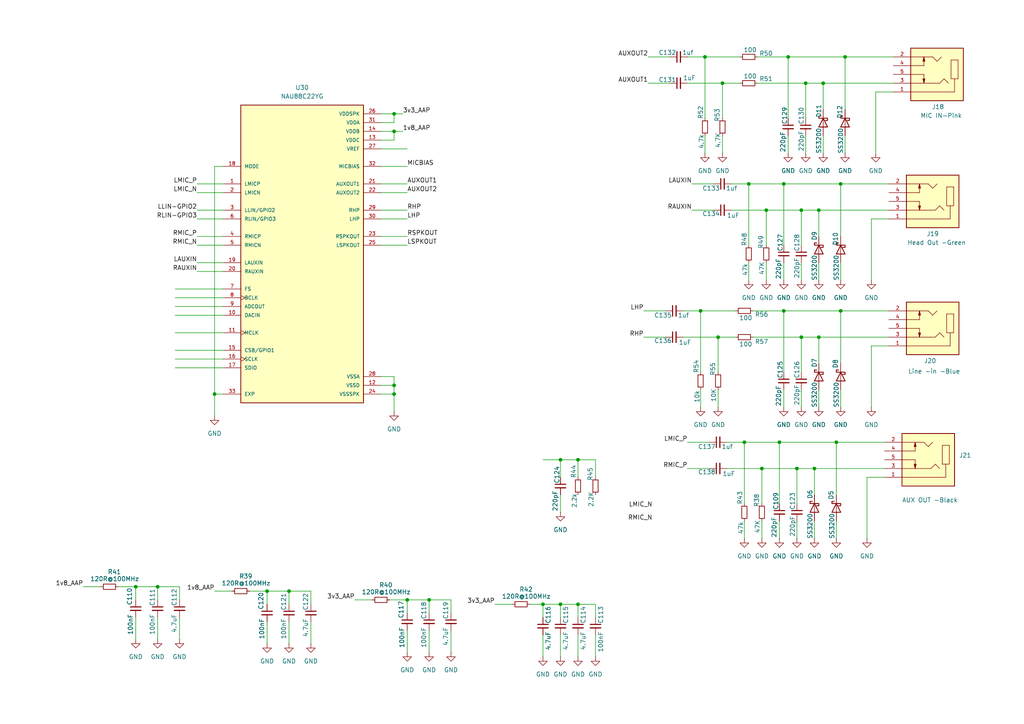
<source format=kicad_sch>
(kicad_sch (version 20231120) (generator "eeschema") (generator_version "8.0")
  (paper "A4")
  (lib_symbols
    (symbol "Device:C_Small" (pin_numbers hide) (pin_names (offset 0.254) hide)
      (property "Reference" "C" (at 0.254 1.778 0))
      (property "Value" "C_Small" (at 0.254 -2.032 0))
      (symbol "C_Small_1_1"
        (pin passive line (at 0 2.54 270) (length 2.032) (name "~") (number "1"))
        (pin passive line (at 0 -2.54 90) (length 2.032) (name "~") (number "2"))
      )
    )
    (symbol "Device:R_Small" (pin_numbers hide) (pin_names (offset 0.254) hide)
      (property "Reference" "R" (at 0.762 0.508 0))
      (property "Value" "R_Small" (at 0.762 -1.016 0))
      (symbol "R_Small_1_1"
        (pin passive line (at 0 2.54 270) (length 0.762) (name "~") (number "1"))
        (pin passive line (at 0 -2.54 90) (length 0.762) (name "~") (number "2"))
      )
    )
    (symbol "Diode:SS3200" (pin_numbers hide) (pin_names (offset 1.016) hide)
      (property "Reference" "D" (at 0 2.54 0))
      (property "Value" "SS3200" (at 0 -2.54 0))
      (symbol "SS3200_1_1"
        (pin passive line (at -3.81 0 0) (length 2.54) (name "K") (number "1"))
        (pin passive line (at 3.81 0 180) (length 2.54) (name "A") (number "2"))
      )
    )
    (symbol "NAU88C22YG:NAU88C22YG" (pin_names (offset 1.016))
      (property "Reference" "U" (at -17.78 45.72 0))
      (property "Value" "NAU88C22YG" (at -17.78 -45.72 0))
      (symbol "NAU88C22YG_0_0"
        (pin input line (at -22.86 20.32 0) (length 5.08) (name "LMICP") (number "1"))
        (pin input line (at -22.86 -17.78 0) (length 5.08) (name "DACIN") (number "10"))
        (pin input clock (at -22.86 -22.86 0) (length 5.08) (name "MCLK") (number "11"))
        (pin power_in line (at 22.86 -38.1 180) (length 5.08) (name "VSSD") (number "12"))
        (pin power_in line (at 22.86 33.02 180) (length 5.08) (name "VDDC") (number "13"))
        (pin power_in line (at 22.86 35.56 180) (length 5.08) (name "VDDB") (number "14"))
        (pin bidirectional line (at -22.86 -27.94 0) (length 5.08) (name "CSB/GPIO1") (number "15"))
        (pin input clock (at -22.86 -30.48 0) (length 5.08) (name "SCLK") (number "16"))
        (pin bidirectional line (at -22.86 -33.02 0) (length 5.08) (name "SDIO") (number "17"))
        (pin input line (at -22.86 25.4 0) (length 5.08) (name "MODE") (number "18"))
        (pin input line (at -22.86 -2.54 0) (length 5.08) (name "LAUXIN") (number "19"))
        (pin input line (at -22.86 17.78 0) (length 5.08) (name "LMICN") (number "2"))
        (pin input line (at -22.86 -5.08 0) (length 5.08) (name "RAUXIN") (number "20"))
        (pin output line (at 22.86 20.32 180) (length 5.08) (name "AUXOUT1") (number "21"))
        (pin output line (at 22.86 17.78 180) (length 5.08) (name "AUXOUT2") (number "22"))
        (pin output line (at 22.86 5.08 180) (length 5.08) (name "RSPKOUT") (number "23"))
        (pin power_in line (at 22.86 -40.64 180) (length 5.08) (name "VSSSPK") (number "24"))
        (pin output line (at 22.86 2.54 180) (length 5.08) (name "LSPKOUT") (number "25"))
        (pin power_in line (at 22.86 40.64 180) (length 5.08) (name "VDDSPK") (number "26"))
        (pin power_in line (at 22.86 30.48 180) (length 5.08) (name "VREF") (number "27"))
        (pin power_in line (at 22.86 -35.56 180) (length 5.08) (name "VSSA") (number "28"))
        (pin output line (at 22.86 12.7 180) (length 5.08) (name "RHP") (number "29"))
        (pin bidirectional line (at -22.86 12.7 0) (length 5.08) (name "LLIN/GPIO2") (number "3"))
        (pin output line (at 22.86 10.16 180) (length 5.08) (name "LHP") (number "30"))
        (pin power_in line (at 22.86 38.1 180) (length 5.08) (name "VDDA") (number "31"))
        (pin output line (at 22.86 25.4 180) (length 5.08) (name "MICBIAS") (number "32"))
        (pin passive line (at -22.86 -40.64 0) (length 5.08) (name "EXP") (number "33"))
        (pin input line (at -22.86 5.08 0) (length 5.08) (name "RMICP") (number "4"))
        (pin input line (at -22.86 2.54 0) (length 5.08) (name "RMICN") (number "5"))
        (pin bidirectional line (at -22.86 10.16 0) (length 5.08) (name "RLIN/GPIO3") (number "6"))
        (pin bidirectional line (at -22.86 -10.16 0) (length 5.08) (name "FS") (number "7"))
        (pin bidirectional clock (at -22.86 -12.7 0) (length 5.08) (name "BCLK") (number "8"))
        (pin output line (at -22.86 -15.24 0) (length 5.08) (name "ADCOUT") (number "9"))
      )
    )
    (symbol "SJ1-3535NG-PI:SJ1-3535NG-PI" (pin_names (offset 1.016))
      (property "Reference" "J" (at -7.623 8.1312 0))
      (property "Value" "SJ1-3535NG-PI" (at -7.6333 -10.4321 0))
      (symbol "SJ1-3535NG-PI_0_0"
        (pin passive line (at 12.7 5.08 180) (length 5.08) (name "~") (number "1"))
        (pin passive line (at 12.7 -5.08 180) (length 5.08) (name "~") (number "2"))
        (pin passive line (at 12.7 2.54 180) (length 5.08) (name "~") (number "3"))
        (pin passive line (at 12.7 -2.54 180) (length 5.08) (name "~") (number "4"))
        (pin passive line (at 12.7 0 180) (length 5.08) (name "~") (number "5"))
      )
    )
    (symbol "power:GND" (power) (pin_numbers hide) (pin_names (offset 0) hide)
      (property "Value" "GND" (at 0 -3.81 0))
      (symbol "GND_1_1"
        (pin power_in line (at 0 0 270) (length 0) (name "~") (number "1"))
      )
    )
  )
  (junction (at 83.82 171.45))
  (junction (at 232.41 97.79))
  (junction (at 222.25 60.96))
  (junction (at 114.3 111.76))
  (junction (at 236.22 135.89))
  (junction (at 237.49 60.96))
  (junction (at 118.11 173.99))
  (junction (at 114.3 38.1))
  (junction (at 233.68 24.13))
  (junction (at 231.14 135.89))
  (junction (at 228.6 16.51))
  (junction (at 226.06 128.27))
  (junction (at 114.3 33.02))
  (junction (at 245.11 16.51))
  (junction (at 157.48 175.26))
  (junction (at 162.56 175.26))
  (junction (at 242.57 128.27))
  (junction (at 215.9 128.27))
  (junction (at 227.33 90.17))
  (junction (at 62.23 114.3))
  (junction (at 204.47 16.51))
  (junction (at 238.76 24.13))
  (junction (at 167.64 133.35))
  (junction (at 217.17 53.34))
  (junction (at 45.72 170.18))
  (junction (at 124.46 173.99))
  (junction (at 209.55 24.13))
  (junction (at 208.28 97.79))
  (junction (at 77.47 171.45))
  (junction (at 243.84 53.34))
  (junction (at 162.56 133.35))
  (junction (at 243.84 90.17))
  (junction (at 203.2 90.17))
  (junction (at 39.37 170.18))
  (junction (at 232.41 60.96))
  (junction (at 114.3 114.3))
  (junction (at 167.64 175.26))
  (junction (at 220.98 135.89))
  (junction (at 227.33 53.34))
  (junction (at 237.49 97.79))
  (wire (pts (xy 167.64 175.26) (xy 167.64 179.07)))
  (wire (pts (xy 110.49 38.1) (xy 114.3 38.1)))
  (wire (pts (xy 220.98 135.89) (xy 220.98 146.05)))
  (wire (pts (xy 110.49 53.34) (xy 118.11 53.34)))
  (wire (pts (xy 162.56 133.35) (xy 162.56 138.43)))
  (wire (pts (xy 57.15 63.5) (xy 64.77 63.5)))
  (wire (pts (xy 110.49 111.76) (xy 114.3 111.76)))
  (wire (pts (xy 232.41 97.79) (xy 232.41 107.95)))
  (wire (pts (xy 162.56 133.35) (xy 167.64 133.35)))
  (wire (pts (xy 237.49 60.96) (xy 237.49 68.58)))
  (wire (pts (xy 83.82 171.45) (xy 90.17 171.45)))
  (wire (pts (xy 209.55 39.37) (xy 209.55 44.45)))
  (wire (pts (xy 243.84 53.34) (xy 227.33 53.34)))
  (wire (pts (xy 222.25 76.2) (xy 222.25 81.28)))
  (wire (pts (xy 186.69 90.17) (xy 193.04 90.17)))
  (wire (pts (xy 227.33 113.03) (xy 227.33 118.11)))
  (wire (pts (xy 237.49 113.03) (xy 237.49 118.11)))
  (wire (pts (xy 227.33 76.2) (xy 227.33 81.28)))
  (wire (pts (xy 219.71 16.51) (xy 228.6 16.51)))
  (wire (pts (xy 45.72 179.07) (xy 45.72 185.42)))
  (wire (pts (xy 200.66 53.34) (xy 207.01 53.34)))
  (wire (pts (xy 107.95 173.99) (xy 102.87 173.99)))
  (wire (pts (xy 210.82 135.89) (xy 220.98 135.89)))
  (wire (pts (xy 257.81 100.33) (xy 252.73 100.33)))
  (wire (pts (xy 162.56 175.26) (xy 162.56 179.07)))
  (wire (pts (xy 50.8 101.6) (xy 64.77 101.6)))
  (wire (pts (xy 256.54 128.27) (xy 242.57 128.27)))
  (wire (pts (xy 227.33 90.17) (xy 227.33 107.95)))
  (wire (pts (xy 252.73 100.33) (xy 252.73 118.11)))
  (wire (pts (xy 57.15 76.2) (xy 64.77 76.2)))
  (wire (pts (xy 231.14 135.89) (xy 231.14 146.05)))
  (wire (pts (xy 232.41 76.2) (xy 232.41 81.28)))
  (wire (pts (xy 124.46 173.99) (xy 130.81 173.99)))
  (wire (pts (xy 62.23 48.26) (xy 64.77 48.26)))
  (wire (pts (xy 203.2 90.17) (xy 213.36 90.17)))
  (wire (pts (xy 167.64 175.26) (xy 172.72 175.26)))
  (wire (pts (xy 200.66 60.96) (xy 207.01 60.96)))
  (wire (pts (xy 231.14 151.13) (xy 231.14 156.21)))
  (wire (pts (xy 204.47 39.37) (xy 204.47 44.45)))
  (wire (pts (xy 257.81 60.96) (xy 237.49 60.96)))
  (wire (pts (xy 232.41 113.03) (xy 232.41 118.11)))
  (wire (pts (xy 243.84 53.34) (xy 243.84 68.58)))
  (wire (pts (xy 172.72 175.26) (xy 172.72 179.07)))
  (wire (pts (xy 217.17 76.2) (xy 217.17 81.28)))
  (wire (pts (xy 233.68 24.13) (xy 233.68 34.29)))
  (wire (pts (xy 110.49 33.02) (xy 114.3 33.02)))
  (wire (pts (xy 245.11 16.51) (xy 228.6 16.51)))
  (wire (pts (xy 50.8 96.52) (xy 64.77 96.52)))
  (wire (pts (xy 83.82 171.45) (xy 83.82 175.26)))
  (wire (pts (xy 45.72 170.18) (xy 52.07 170.18)))
  (wire (pts (xy 186.69 97.79) (xy 193.04 97.79)))
  (wire (pts (xy 209.55 24.13) (xy 209.55 34.29)))
  (wire (pts (xy 114.3 114.3) (xy 114.3 119.38)))
  (wire (pts (xy 162.56 184.15) (xy 162.56 190.5)))
  (wire (pts (xy 208.28 113.03) (xy 208.28 118.11)))
  (wire (pts (xy 77.47 171.45) (xy 83.82 171.45)))
  (wire (pts (xy 110.49 43.18) (xy 118.11 43.18)))
  (wire (pts (xy 162.56 143.51) (xy 162.56 148.59)))
  (wire (pts (xy 130.81 173.99) (xy 130.81 177.8)))
  (wire (pts (xy 238.76 24.13) (xy 238.76 31.75)))
  (wire (pts (xy 118.11 173.99) (xy 118.11 177.8)))
  (wire (pts (xy 243.84 90.17) (xy 227.33 90.17)))
  (wire (pts (xy 62.23 114.3) (xy 62.23 120.65)))
  (wire (pts (xy 52.07 170.18) (xy 52.07 173.99)))
  (wire (pts (xy 259.08 26.67) (xy 254 26.67)))
  (wire (pts (xy 50.8 91.44) (xy 64.77 91.44)))
  (wire (pts (xy 242.57 151.13) (xy 242.57 156.21)))
  (wire (pts (xy 57.15 78.74) (xy 64.77 78.74)))
  (wire (pts (xy 257.81 90.17) (xy 243.84 90.17)))
  (wire (pts (xy 114.3 38.1) (xy 114.3 40.64)))
  (wire (pts (xy 243.84 76.2) (xy 243.84 81.28)))
  (wire (pts (xy 34.29 170.18) (xy 39.37 170.18)))
  (wire (pts (xy 232.41 60.96) (xy 232.41 71.12)))
  (wire (pts (xy 39.37 170.18) (xy 45.72 170.18)))
  (wire (pts (xy 162.56 175.26) (xy 167.64 175.26)))
  (wire (pts (xy 118.11 182.88) (xy 118.11 189.23)))
  (wire (pts (xy 237.49 76.2) (xy 237.49 81.28)))
  (wire (pts (xy 236.22 151.13) (xy 236.22 156.21)))
  (wire (pts (xy 228.6 16.51) (xy 228.6 34.29)))
  (wire (pts (xy 243.84 113.03) (xy 243.84 118.11)))
  (wire (pts (xy 77.47 171.45) (xy 77.47 175.26)))
  (wire (pts (xy 187.96 24.13) (xy 194.31 24.13)))
  (wire (pts (xy 110.49 35.56) (xy 114.3 35.56)))
  (wire (pts (xy 29.21 170.18) (xy 24.13 170.18)))
  (wire (pts (xy 153.67 175.26) (xy 157.48 175.26)))
  (wire (pts (xy 57.15 55.88) (xy 64.77 55.88)))
  (wire (pts (xy 199.39 135.89) (xy 205.74 135.89)))
  (wire (pts (xy 226.06 151.13) (xy 226.06 156.21)))
  (wire (pts (xy 199.39 16.51) (xy 204.47 16.51)))
  (wire (pts (xy 167.64 133.35) (xy 167.64 138.43)))
  (wire (pts (xy 52.07 179.07) (xy 52.07 185.42)))
  (wire (pts (xy 110.49 40.64) (xy 114.3 40.64)))
  (wire (pts (xy 242.57 128.27) (xy 226.06 128.27)))
  (wire (pts (xy 236.22 135.89) (xy 231.14 135.89)))
  (wire (pts (xy 237.49 97.79) (xy 232.41 97.79)))
  (wire (pts (xy 167.64 184.15) (xy 167.64 190.5)))
  (wire (pts (xy 215.9 128.27) (xy 226.06 128.27)))
  (wire (pts (xy 110.49 114.3) (xy 114.3 114.3)))
  (wire (pts (xy 236.22 135.89) (xy 236.22 143.51)))
  (wire (pts (xy 114.3 33.02) (xy 116.84 33.02)))
  (wire (pts (xy 67.31 171.45) (xy 62.23 171.45)))
  (wire (pts (xy 203.2 113.03) (xy 203.2 118.11)))
  (wire (pts (xy 39.37 179.07) (xy 39.37 185.42)))
  (wire (pts (xy 220.98 151.13) (xy 220.98 156.21)))
  (wire (pts (xy 256.54 138.43) (xy 251.46 138.43)))
  (wire (pts (xy 219.71 24.13) (xy 233.68 24.13)))
  (wire (pts (xy 233.68 39.37) (xy 233.68 44.45)))
  (wire (pts (xy 45.72 170.18) (xy 45.72 173.99)))
  (wire (pts (xy 257.81 97.79) (xy 237.49 97.79)))
  (wire (pts (xy 208.28 97.79) (xy 208.28 107.95)))
  (wire (pts (xy 57.15 68.58) (xy 64.77 68.58)))
  (wire (pts (xy 124.46 173.99) (xy 124.46 177.8)))
  (wire (pts (xy 199.39 128.27) (xy 205.74 128.27)))
  (wire (pts (xy 198.12 97.79) (xy 208.28 97.79)))
  (wire (pts (xy 214.63 24.13) (xy 209.55 24.13)))
  (wire (pts (xy 259.08 16.51) (xy 245.11 16.51)))
  (wire (pts (xy 245.11 16.51) (xy 245.11 31.75)))
  (wire (pts (xy 238.76 24.13) (xy 233.68 24.13)))
  (wire (pts (xy 50.8 83.82) (xy 64.77 83.82)))
  (wire (pts (xy 114.3 109.22) (xy 114.3 111.76)))
  (wire (pts (xy 213.36 97.79) (xy 208.28 97.79)))
  (wire (pts (xy 199.39 24.13) (xy 209.55 24.13)))
  (wire (pts (xy 39.37 170.18) (xy 39.37 173.99)))
  (wire (pts (xy 83.82 180.34) (xy 83.82 186.69)))
  (wire (pts (xy 204.47 16.51) (xy 204.47 34.29)))
  (wire (pts (xy 148.59 175.26) (xy 143.51 175.26)))
  (wire (pts (xy 118.11 173.99) (xy 124.46 173.99)))
  (wire (pts (xy 130.81 182.88) (xy 130.81 189.23)))
  (wire (pts (xy 257.81 63.5) (xy 252.73 63.5)))
  (wire (pts (xy 57.15 60.96) (xy 64.77 60.96)))
  (wire (pts (xy 90.17 180.34) (xy 90.17 186.69)))
  (wire (pts (xy 204.47 16.51) (xy 214.63 16.51)))
  (wire (pts (xy 242.57 128.27) (xy 242.57 143.51)))
  (wire (pts (xy 172.72 138.43) (xy 172.72 133.35)))
  (wire (pts (xy 172.72 184.15) (xy 172.72 190.5)))
  (wire (pts (xy 50.8 104.14) (xy 64.77 104.14)))
  (wire (pts (xy 215.9 128.27) (xy 215.9 146.05)))
  (wire (pts (xy 256.54 135.89) (xy 236.22 135.89)))
  (wire (pts (xy 226.06 128.27) (xy 226.06 146.05)))
  (wire (pts (xy 220.98 135.89) (xy 231.14 135.89)))
  (wire (pts (xy 50.8 86.36) (xy 64.77 86.36)))
  (wire (pts (xy 257.81 53.34) (xy 243.84 53.34)))
  (wire (pts (xy 252.73 63.5) (xy 252.73 81.28)))
  (wire (pts (xy 114.3 38.1) (xy 116.84 38.1)))
  (wire (pts (xy 57.15 53.34) (xy 64.77 53.34)))
  (wire (pts (xy 251.46 138.43) (xy 251.46 156.21)))
  (wire (pts (xy 110.49 63.5) (xy 118.11 63.5)))
  (wire (pts (xy 110.49 71.12) (xy 118.11 71.12)))
  (wire (pts (xy 57.15 71.12) (xy 64.77 71.12)))
  (wire (pts (xy 62.23 48.26) (xy 62.23 114.3)))
  (wire (pts (xy 218.44 97.79) (xy 232.41 97.79)))
  (wire (pts (xy 203.2 90.17) (xy 203.2 107.95)))
  (wire (pts (xy 110.49 48.26) (xy 118.11 48.26)))
  (wire (pts (xy 157.48 184.15) (xy 157.48 190.5)))
  (wire (pts (xy 157.48 175.26) (xy 162.56 175.26)))
  (wire (pts (xy 243.84 90.17) (xy 243.84 105.41)))
  (wire (pts (xy 110.49 109.22) (xy 114.3 109.22)))
  (wire (pts (xy 238.76 39.37) (xy 238.76 44.45)))
  (wire (pts (xy 259.08 24.13) (xy 238.76 24.13)))
  (wire (pts (xy 245.11 39.37) (xy 245.11 44.45)))
  (wire (pts (xy 50.8 106.68) (xy 64.77 106.68)))
  (wire (pts (xy 157.48 133.35) (xy 162.56 133.35)))
  (wire (pts (xy 114.3 33.02) (xy 114.3 35.56)))
  (wire (pts (xy 254 26.67) (xy 254 44.45)))
  (wire (pts (xy 72.39 171.45) (xy 77.47 171.45)))
  (wire (pts (xy 157.48 175.26) (xy 157.48 179.07)))
  (wire (pts (xy 187.96 16.51) (xy 194.31 16.51)))
  (wire (pts (xy 113.03 173.99) (xy 118.11 173.99)))
  (wire (pts (xy 222.25 60.96) (xy 222.25 71.12)))
  (wire (pts (xy 167.64 133.35) (xy 172.72 133.35)))
  (wire (pts (xy 217.17 53.34) (xy 227.33 53.34)))
  (wire (pts (xy 77.47 180.34) (xy 77.47 186.69)))
  (wire (pts (xy 124.46 182.88) (xy 124.46 189.23)))
  (wire (pts (xy 212.09 53.34) (xy 217.17 53.34)))
  (wire (pts (xy 222.25 60.96) (xy 232.41 60.96)))
  (wire (pts (xy 218.44 90.17) (xy 227.33 90.17)))
  (wire (pts (xy 237.49 97.79) (xy 237.49 105.41)))
  (wire (pts (xy 228.6 39.37) (xy 228.6 44.45)))
  (wire (pts (xy 110.49 60.96) (xy 118.11 60.96)))
  (wire (pts (xy 237.49 60.96) (xy 232.41 60.96)))
  (wire (pts (xy 210.82 128.27) (xy 215.9 128.27)))
  (wire (pts (xy 114.3 111.76) (xy 114.3 114.3)))
  (wire (pts (xy 50.8 88.9) (xy 64.77 88.9)))
  (wire (pts (xy 215.9 151.13) (xy 215.9 156.21)))
  (wire (pts (xy 90.17 171.45) (xy 90.17 175.26)))
  (wire (pts (xy 212.09 60.96) (xy 222.25 60.96)))
  (wire (pts (xy 110.49 68.58) (xy 118.11 68.58)))
  (wire (pts (xy 227.33 53.34) (xy 227.33 71.12)))
  (wire (pts (xy 110.49 55.88) (xy 118.11 55.88)))
  (wire (pts (xy 217.17 53.34) (xy 217.17 71.12)))
  (wire (pts (xy 64.77 114.3) (xy 62.23 114.3)))
  (wire (pts (xy 198.12 90.17) (xy 203.2 90.17)))
  (label "AUXOUT2" (at 118.11 55.88 0))
  (label "LLIN-GPIO2" (at 57.15 60.96 180))
  (label "RAUXIN" (at 57.15 78.74 180))
  (label "1v8_AAP" (at 62.23 171.45 180))
  (label "3v3_AAP" (at 143.51 175.26 180))
  (label "AUXOUT1" (at 187.96 24.13 180))
  (label "RHP" (at 186.69 97.79 180))
  (label "LAUXIN" (at 200.66 53.34 180))
  (label "RMIC_N" (at 57.15 71.12 180))
  (label "LMIC_P" (at 199.39 128.27 180))
  (label "AUXOUT2" (at 187.96 16.51 180))
  (label "3v3_AAP" (at 116.84 33.02 0))
  (label "3v3_AAP" (at 102.87 173.99 180))
  (label "LHP" (at 186.69 90.17 180))
  (label "LAUXIN" (at 57.15 76.2 180))
  (label "1v8_AAP" (at 24.13 170.18 180))
  (label "LMIC_P" (at 57.15 53.34 180))
  (label "1v8_AAP" (at 116.84 38.1 0))
  (label "LMIC_N" (at 189.23 147.32 180))
  (label "LHP" (at 118.11 63.5 0))
  (label "RHP" (at 118.11 60.96 0))
  (label "LMIC_N" (at 57.15 55.88 180))
  (label "RLIN-GPIO3" (at 57.15 63.5 180))
  (label "AUXOUT1" (at 118.11 53.34 0))
  (label "RAUXIN" (at 200.66 60.96 180))
  (label "RMIC_N" (at 189.23 151.13 180))
  (label "RMIC_P" (at 199.39 135.89 180))
  (label "MICBIAS" (at 118.11 48.26 0))
  (label "RMIC_P" (at 57.15 68.58 180))
  (label "LSPKOUT" (at 118.11 71.12 0))
  (label "RSPKOUT" (at 118.11 68.58 0))
  (symbol (lib_id "power:GND") (at 227.33 118.11 0) (unit 1)
    (property "Reference" "#PWR194" (effects (hide yes)))
    (property "Value" "GND" (at 227.33 123.19 0))
    (property "Description" "Power symbol creates a global label with name \"GND\" , ground" (effects (hide yes)))
  )
  (symbol (lib_id "Device:R_Small") (at 69.85 171.45 270) (mirror x) (unit 1)
    (property "Reference" "R39" (at 69.342 167.132 90) (effects (justify left)))
    (property "Value" "120R@100MHz" (at 64.262 169.164 90) (effects (justify left)))
    (property "Footprint" "Resistor_SMD:R_0402_1005Metric" (effects (hide yes)))
    (property "Description" "Resistor, small symbol" (effects (hide yes)))
  )
  (symbol (lib_id "power:GND") (at 62.23 120.65 0) (unit 1)
    (property "Reference" "#PWR169" (effects (hide yes)))
    (property "Value" "GND" (at 62.23 125.73 0))
    (property "Description" "Power symbol creates a global label with name \"GND\" , ground" (effects (hide yes)))
  )
  (symbol (lib_id "Device:C_Small") (at 209.55 53.34 90) (unit 1)
    (property "Reference" "C133" (at 203.708 54.61 90) (effects (justify right)))
    (property "Value" "1uf" (at 210.566 54.61 90) (effects (justify right)))
    (property "Footprint" "Capacitor_SMD:C_0402_1005Metric" (effects (hide yes)))
    (property "Description" "Unpolarized capacitor, small symbol" (effects (hide yes)))
  )
  (symbol (lib_id "power:GND") (at 124.46 189.23 0) (unit 1)
    (property "Reference" "#PWR182" (effects (hide yes)))
    (property "Value" "GND" (at 124.46 194.31 0))
    (property "Description" "Power symbol creates a global label with name \"GND\" , ground" (effects (hide yes)))
  )
  (symbol (lib_id "Device:R_Small") (at 208.28 110.49 0) (mirror y) (unit 1)
    (property "Reference" "R55" (at 206.756 108.966 90) (effects (justify left)))
    (property "Value" "10K" (at 207.01 116.586 90) (effects (justify left)))
    (property "Footprint" "Resistor_SMD:R_0402_1005Metric" (effects (hide yes)))
    (property "Description" "Resistor, small symbol" (effects (hide yes)))
  )
  (symbol (lib_id "power:GND") (at 252.73 118.11 0) (unit 1)
    (property "Reference" "#PWR198" (effects (hide yes)))
    (property "Value" "GND" (at 252.73 123.19 0))
    (property "Description" "Power symbol creates a global label with name \"GND\" , ground" (effects (hide yes)))
  )
  (symbol (lib_id "power:GND") (at 209.55 44.45 0) (unit 1)
    (property "Reference" "#PWR207" (effects (hide yes)))
    (property "Value" "GND" (at 209.55 49.53 0))
    (property "Description" "Power symbol creates a global label with name \"GND\" , ground" (effects (hide yes)))
  )
  (symbol (lib_id "Device:C_Small") (at 195.58 90.17 90) (unit 1)
    (property "Reference" "C135" (at 189.738 91.44 90) (effects (justify right)))
    (property "Value" "1uf" (at 196.596 91.44 90) (effects (justify right)))
    (property "Footprint" "Capacitor_SMD:C_0402_1005Metric" (effects (hide yes)))
    (property "Description" "Unpolarized capacitor, small symbol" (effects (hide yes)))
  )
  (symbol (lib_id "Device:C_Small") (at 167.64 181.61 0) (mirror y) (unit 1)
    (property "Reference" "C114" (at 169.164 175.768 90) (effects (justify right)))
    (property "Value" "4.7uF" (at 169.164 183.134 90) (effects (justify right)))
    (property "Footprint" "Capacitor_SMD:C_0402_1005Metric" (effects (hide yes)))
    (property "Description" "Unpolarized capacitor, small symbol" (effects (hide yes)))
  )
  (symbol (lib_id "Device:C_Small") (at 232.41 110.49 0) (unit 1)
    (property "Reference" "C126" (at 231.14 104.648 90) (effects (justify right)))
    (property "Value" "220pF" (at 231.14 111.506 90) (effects (justify right)))
    (property "Footprint" "Capacitor_SMD:C_0402_1005Metric" (effects (hide yes)))
    (property "Description" "Unpolarized capacitor, small symbol" (effects (hide yes)))
  )
  (symbol (lib_id "Device:R_Small") (at 203.2 110.49 0) (mirror y) (unit 1)
    (property "Reference" "R54" (at 201.93 108.204 90) (effects (justify left)))
    (property "Value" "10k" (at 202.184 116.84 90) (effects (justify left)))
    (property "Footprint" "Resistor_SMD:R_0402_1005Metric" (effects (hide yes)))
    (property "Description" "Resistor, small symbol" (effects (hide yes)))
  )
  (symbol (lib_id "Diode:SS3200") (at 237.49 109.22 90) (mirror x) (unit 1)
    (property "Reference" "D7" (at 236.22 103.886 0) (effects (justify left)))
    (property "Value" "SS3200" (at 236.22 110.744 0) (effects (justify left)))
    (property "Footprint" "Diode_SMD:D_SMA" (effects (hide yes)))
    (property "Datasheet" "https://www.microdiode.com/uploadfiles//PDF/SS32-THRU-SS3200-SMA.pdf" (effects (hide yes)))
    (property "Description" "200V 3A Schottky Diode, SMA" (effects (hide yes)))
  )
  (symbol (lib_id "Device:R_Small") (at 31.75 170.18 270) (mirror x) (unit 1)
    (property "Reference" "R41" (at 31.242 165.862 90) (effects (justify left)))
    (property "Value" "120R@100MHz" (at 26.162 167.894 90) (effects (justify left)))
    (property "Footprint" "Resistor_SMD:R_0402_1005Metric" (effects (hide yes)))
    (property "Description" "Resistor, small symbol" (effects (hide yes)))
  )
  (symbol (lib_id "Device:C_Small") (at 227.33 110.49 0) (unit 1)
    (property "Reference" "C125" (at 226.314 104.648 90) (effects (justify right)))
    (property "Value" "220pF" (at 225.806 111.76 90) (effects (justify right)))
    (property "Footprint" "Capacitor_SMD:C_0402_1005Metric" (effects (hide yes)))
    (property "Description" "Unpolarized capacitor, small symbol" (effects (hide yes)))
  )
  (symbol (lib_id "power:GND") (at 130.81 189.23 0) (unit 1)
    (property "Reference" "#PWR183" (effects (hide yes)))
    (property "Value" "GND" (at 130.81 194.31 0))
    (property "Description" "Power symbol creates a global label with name \"GND\" , ground" (effects (hide yes)))
  )
  (symbol (lib_id "power:GND") (at 251.46 156.21 0) (unit 1)
    (property "Reference" "#PWR191" (effects (hide yes)))
    (property "Value" "GND" (at 251.46 161.29 0))
    (property "Description" "Power symbol creates a global label with name \"GND\" , ground" (effects (hide yes)))
  )
  (symbol (lib_id "Diode:SS3200") (at 245.11 35.56 90) (mirror x) (unit 1)
    (property "Reference" "D12" (at 243.586 30.48 0) (effects (justify left)))
    (property "Value" "SS3200" (at 243.84 37.084 0) (effects (justify left)))
    (property "Footprint" "Diode_SMD:D_SMA" (effects (hide yes)))
    (property "Datasheet" "https://www.microdiode.com/uploadfiles//PDF/SS32-THRU-SS3200-SMA.pdf" (effects (hide yes)))
    (property "Description" "200V 3A Schottky Diode, SMA" (effects (hide yes)))
  )
  (symbol (lib_id "power:GND") (at 236.22 156.21 0) (mirror y) (unit 1)
    (property "Reference" "#PWR189" (effects (hide yes)))
    (property "Value" "GND" (at 236.22 161.29 0))
    (property "Description" "Power symbol creates a global label with name \"GND\" , ground" (effects (hide yes)))
  )
  (symbol (lib_id "power:GND") (at 222.25 81.28 0) (unit 1)
    (property "Reference" "#PWR200" (effects (hide yes)))
    (property "Value" "GND" (at 222.25 86.36 0))
    (property "Description" "Power symbol creates a global label with name \"GND\" , ground" (effects (hide yes)))
  )
  (symbol (lib_id "power:GND") (at 232.41 118.11 0) (unit 1)
    (property "Reference" "#PWR195" (effects (hide yes)))
    (property "Value" "GND" (at 232.41 123.19 0))
    (property "Description" "Power symbol creates a global label with name \"GND\" , ground" (effects (hide yes)))
  )
  (symbol (lib_id "power:GND") (at 172.72 190.5 0) (mirror y) (unit 1)
    (property "Reference" "#PWR177" (effects (hide yes)))
    (property "Value" "GND" (at 172.72 195.58 0))
    (property "Description" "Power symbol creates a global label with name \"GND\" , ground" (effects (hide yes)))
  )
  (symbol (lib_id "Device:C_Small") (at 209.55 60.96 90) (unit 1)
    (property "Reference" "C134" (at 203.708 61.976 90) (effects (justify right)))
    (property "Value" "1uF" (at 210.82 62.484 90) (effects (justify right)))
    (property "Footprint" "Capacitor_SMD:C_0402_1005Metric" (effects (hide yes)))
    (property "Description" "Unpolarized capacitor, small symbol" (effects (hide yes)))
  )
  (symbol (lib_id "Diode:SS3200") (at 238.76 35.56 90) (mirror x) (unit 1)
    (property "Reference" "D11" (at 237.49 30.226 0) (effects (justify left)))
    (property "Value" "SS3200" (at 237.49 37.084 0) (effects (justify left)))
    (property "Footprint" "Diode_SMD:D_SMA" (effects (hide yes)))
    (property "Datasheet" "https://www.microdiode.com/uploadfiles//PDF/SS32-THRU-SS3200-SMA.pdf" (effects (hide yes)))
    (property "Description" "200V 3A Schottky Diode, SMA" (effects (hide yes)))
  )
  (symbol (lib_id "Device:C_Small") (at 77.47 177.8 0) (unit 1)
    (property "Reference" "C120" (at 75.692 171.704 90) (effects (justify right)))
    (property "Value" "100nF" (at 75.946 179.324 90) (effects (justify right)))
    (property "Footprint" "Capacitor_SMD:C_0402_1005Metric" (effects (hide yes)))
    (property "Description" "Unpolarized capacitor, small symbol" (effects (hide yes)))
  )
  (symbol (lib_id "Device:R_Small") (at 215.9 90.17 270) (unit 1)
    (property "Reference" "R56" (at 218.948 91.186 90) (effects (justify left)))
    (property "Value" "100" (at 214.376 92.202 90) (effects (justify left)))
    (property "Footprint" "Resistor_SMD:R_0402_1005Metric" (effects (hide yes)))
    (property "Description" "Resistor, small symbol" (effects (hide yes)))
  )
  (symbol (lib_id "Device:C_Small") (at 226.06 148.59 0) (unit 1)
    (property "Reference" "C109" (at 225.044 142.748 90) (effects (justify right)))
    (property "Value" "220pF" (at 224.536 149.86 90) (effects (justify right)))
    (property "Footprint" "Capacitor_SMD:C_0402_1005Metric" (effects (hide yes)))
    (property "Description" "Unpolarized capacitor, small symbol" (effects (hide yes)))
  )
  (symbol (lib_id "Device:R_Small") (at 217.17 24.13 270) (mirror x) (unit 1)
    (property "Reference" "R51" (at 220.218 22.86 90) (effects (justify left)))
    (property "Value" "100" (at 215.646 22.098 90) (effects (justify left)))
    (property "Footprint" "Resistor_SMD:R_0402_1005Metric" (effects (hide yes)))
    (property "Description" "Resistor, small symbol" (effects (hide yes)))
  )
  (symbol (lib_id "power:GND") (at 252.73 81.28 0) (unit 1)
    (property "Reference" "#PWR205" (effects (hide yes)))
    (property "Value" "GND" (at 252.73 86.36 0))
    (property "Description" "Power symbol creates a global label with name \"GND\" , ground" (effects (hide yes)))
  )
  (symbol (lib_id "power:GND") (at 238.76 44.45 0) (mirror y) (unit 1)
    (property "Reference" "#PWR210" (effects (hide yes)))
    (property "Value" "GND" (at 238.76 49.53 0))
    (property "Description" "Power symbol creates a global label with name \"GND\" , ground" (effects (hide yes)))
  )
  (symbol (lib_id "Device:C_Small") (at 196.85 16.51 90) (mirror x) (unit 1)
    (property "Reference" "C132" (at 191.008 15.24 90) (effects (justify right)))
    (property "Value" "1uf" (at 197.866 15.24 90) (effects (justify right)))
    (property "Footprint" "Capacitor_SMD:C_0402_1005Metric" (effects (hide yes)))
    (property "Description" "Unpolarized capacitor, small symbol" (effects (hide yes)))
  )
  (symbol (lib_id "NAU88C22YG:NAU88C22YG") (at 87.63 73.66 0) (unit 1)
    (property "Reference" "U30" (at 87.63 25.4 0))
    (property "Value" "NAU88C22YG" (at 87.63 27.94 0))
    (property "Footprint" "_W_SBC:QFN50P500X500X80-33N" (effects (hide yes)))
    (property "MF" "Nuvoton" (effects (hide yes)))
    (property "MAXIMUM_PACKAGE_HEIGHT" "0.80mm" (effects (hide yes)))
    (property "Package" "QFN-32 Nuvoton" (effects (hide yes)))
    (property "Price" "None" (effects (hide yes)))
    (property "Check_prices" "https://www.snapeda.com/parts/NAU88C22YG/Nuvoton/view-part/?ref=eda" (effects (hide yes)))
    (property "STANDARD" "Manufacturer Recommendations" (effects (hide yes)))
    (property "PARTREV" "3.3" (effects (hide yes)))
    (property "SnapEDA_Link" "https://www.snapeda.com/parts/NAU88C22YG/Nuvoton/view-part/?ref=snap" (effects (hide yes)))
    (property "MP" "NAU88C22YG" (effects (hide yes)))
    (property "Description_1" "\n                        \n                            Audio Interface 24 b I2S, PCM 32-QFN (5x5)\n                        \n" (effects (hide yes)))
    (property "Availability" "In Stock" (effects (hide yes)))
    (property "MANUFACTURER" "Nuvoton" (effects (hide yes)))
  )
  (symbol (lib_id "Device:C_Small") (at 157.48 181.61 0) (mirror y) (unit 1)
    (property "Reference" "C116" (at 159.004 175.768 90) (effects (justify right)))
    (property "Value" "4.7uF" (at 159.004 183.134 90) (effects (justify right)))
    (property "Footprint" "Capacitor_SMD:C_0402_1005Metric" (effects (hide yes)))
    (property "Description" "Unpolarized capacitor, small symbol" (effects (hide yes)))
  )
  (symbol (lib_id "SJ1-3535NG-PI:SJ1-3535NG-PI") (at 270.51 95.25 180) (unit 1)
    (property "Reference" "J20" (at 267.97 104.648 0) (effects (justify right)))
    (property "Value" "Line -in -Blue" (at 263.398 107.696 0) (effects (justify right)))
    (property "Footprint" "_W_SBC:SJ1-3535NG-PI" (effects (hide yes)))
    (property "MF" "Same Sky" (effects (hide yes)))
    (property "Description_1" "\n                        \n                            3.5 mm Right-Angle Stereo Jack, 5 pin PCB PCB Mount, Isolated Ground, Pink\n                        \n" (effects (hide yes)))
    (property "Package" "None" (effects (hide yes)))
    (property "Price" "None" (effects (hide yes)))
    (property "Check_prices" "https://www.snapeda.com/parts/SJ1-3535NG-PI/Same+Sky/view-part/?ref=eda" (effects (hide yes)))
    (property "STANDARD" "Manufacturer recommendation" (effects (hide yes)))
    (property "PARTREV" "1.02" (effects (hide yes)))
    (property "SnapEDA_Link" "https://www.snapeda.com/parts/SJ1-3535NG-PI/Same+Sky/view-part/?ref=snap" (effects (hide yes)))
    (property "MP" "SJ1-3535NG-PI" (effects (hide yes)))
    (property "Availability" "In Stock" (effects (hide yes)))
    (property "MANUFACTURER" "CUI" (effects (hide yes)))
  )
  (symbol (lib_id "power:GND") (at 167.64 190.5 0) (mirror y) (unit 1)
    (property "Reference" "#PWR178" (effects (hide yes)))
    (property "Value" "GND" (at 167.64 195.58 0))
    (property "Description" "Power symbol creates a global label with name \"GND\" , ground" (effects (hide yes)))
  )
  (symbol (lib_id "Device:C_Small") (at 83.82 177.8 0) (unit 1)
    (property "Reference" "C121" (at 82.296 171.958 90) (effects (justify right)))
    (property "Value" "100nF" (at 82.296 179.324 90) (effects (justify right)))
    (property "Footprint" "Capacitor_SMD:C_0402_1005Metric" (effects (hide yes)))
    (property "Description" "Unpolarized capacitor, small symbol" (effects (hide yes)))
  )
  (symbol (lib_id "power:GND") (at 232.41 81.28 0) (unit 1)
    (property "Reference" "#PWR202" (effects (hide yes)))
    (property "Value" "GND" (at 232.41 86.36 0))
    (property "Description" "Power symbol creates a global label with name \"GND\" , ground" (effects (hide yes)))
  )
  (symbol (lib_id "Device:C_Small") (at 208.28 135.89 90) (unit 1)
    (property "Reference" "C138" (at 202.438 136.906 90) (effects (justify right)))
    (property "Value" "1uF" (at 209.55 137.414 90) (effects (justify right)))
    (property "Footprint" "Capacitor_SMD:C_0402_1005Metric" (effects (hide yes)))
    (property "Description" "Unpolarized capacitor, small symbol" (effects (hide yes)))
  )
  (symbol (lib_id "Device:C_Small") (at 233.68 36.83 0) (unit 1)
    (property "Reference" "C130" (at 232.41 30.988 90) (effects (justify right)))
    (property "Value" "220pF" (at 232.41 37.846 90) (effects (justify right)))
    (property "Footprint" "Capacitor_SMD:C_0402_1005Metric" (effects (hide yes)))
    (property "Description" "Unpolarized capacitor, small symbol" (effects (hide yes)))
  )
  (symbol (lib_id "Device:R_Small") (at 215.9 148.59 0) (mirror y) (unit 1)
    (property "Reference" "R43" (at 214.63 146.304 90) (effects (justify left)))
    (property "Value" "47k" (at 214.884 154.94 90) (effects (justify left)))
    (property "Footprint" "Resistor_SMD:R_0402_1005Metric" (effects (hide yes)))
    (property "Description" "Resistor, small symbol" (effects (hide yes)))
  )
  (symbol (lib_id "Device:C_Small") (at 124.46 180.34 0) (unit 1)
    (property "Reference" "C118" (at 122.936 174.498 90) (effects (justify right)))
    (property "Value" "100nF" (at 122.936 181.864 90) (effects (justify right)))
    (property "Footprint" "Capacitor_SMD:C_0402_1005Metric" (effects (hide yes)))
    (property "Description" "Unpolarized capacitor, small symbol" (effects (hide yes)))
  )
  (symbol (lib_id "power:GND") (at 162.56 148.59 0) (unit 1)
    (property "Reference" "#PWR190" (effects (hide yes)))
    (property "Value" "GND" (at 162.56 153.67 0))
    (property "Description" "Power symbol creates a global label with name \"GND\" , ground" (effects (hide yes)))
  )
  (symbol (lib_id "power:GND") (at 243.84 81.28 0) (mirror y) (unit 1)
    (property "Reference" "#PWR204" (effects (hide yes)))
    (property "Value" "GND" (at 243.84 86.36 0))
    (property "Description" "Power symbol creates a global label with name \"GND\" , ground" (effects (hide yes)))
  )
  (symbol (lib_id "power:GND") (at 215.9 156.21 0) (unit 1)
    (property "Reference" "#PWR187" (effects (hide yes)))
    (property "Value" "GND" (at 215.9 161.29 0))
    (property "Description" "Power symbol creates a global label with name \"GND\" , ground" (effects (hide yes)))
  )
  (symbol (lib_id "power:GND") (at 220.98 156.21 0) (unit 1)
    (property "Reference" "#PWR171" (effects (hide yes)))
    (property "Value" "GND" (at 220.98 161.29 0))
    (property "Description" "Power symbol creates a global label with name \"GND\" , ground" (effects (hide yes)))
  )
  (symbol (lib_id "Diode:SS3200") (at 243.84 72.39 90) (mirror x) (unit 1)
    (property "Reference" "D10" (at 242.316 67.31 0) (effects (justify left)))
    (property "Value" "SS3200" (at 242.57 73.914 0) (effects (justify left)))
    (property "Footprint" "Diode_SMD:D_SMA" (effects (hide yes)))
    (property "Datasheet" "https://www.microdiode.com/uploadfiles//PDF/SS32-THRU-SS3200-SMA.pdf" (effects (hide yes)))
    (property "Description" "200V 3A Schottky Diode, SMA" (effects (hide yes)))
  )
  (symbol (lib_id "power:GND") (at 114.3 119.38 0) (unit 1)
    (property "Reference" "#PWR170" (effects (hide yes)))
    (property "Value" "GND" (at 114.3 124.46 0))
    (property "Description" "Power symbol creates a global label with name \"GND\" , ground" (effects (hide yes)))
  )
  (symbol (lib_id "Device:R_Small") (at 217.17 16.51 270) (mirror x) (unit 1)
    (property "Reference" "R50" (at 220.218 15.494 90) (effects (justify left)))
    (property "Value" "100" (at 215.646 14.478 90) (effects (justify left)))
    (property "Footprint" "Resistor_SMD:R_0402_1005Metric" (effects (hide yes)))
    (property "Description" "Resistor, small symbol" (effects (hide yes)))
  )
  (symbol (lib_id "power:GND") (at 243.84 118.11 0) (mirror y) (unit 1)
    (property "Reference" "#PWR197" (effects (hide yes)))
    (property "Value" "GND" (at 243.84 123.19 0))
    (property "Description" "Power symbol creates a global label with name \"GND\" , ground" (effects (hide yes)))
  )
  (symbol (lib_id "Device:R_Small") (at 209.55 36.83 0) (mirror y) (unit 1)
    (property "Reference" "R53" (at 208.026 35.306 90) (effects (justify left)))
    (property "Value" "4.7K" (at 208.28 42.926 90) (effects (justify left)))
    (property "Footprint" "Resistor_SMD:R_0402_1005Metric" (effects (hide yes)))
    (property "Description" "Resistor, small symbol" (effects (hide yes)))
  )
  (symbol (lib_id "power:GND") (at 242.57 156.21 0) (mirror y) (unit 1)
    (property "Reference" "#PWR173" (effects (hide yes)))
    (property "Value" "GND" (at 242.57 161.29 0))
    (property "Description" "Power symbol creates a global label with name \"GND\" , ground" (effects (hide yes)))
  )
  (symbol (lib_id "Diode:SS3200") (at 242.57 147.32 90) (mirror x) (unit 1)
    (property "Reference" "D5" (at 241.046 142.24 0) (effects (justify left)))
    (property "Value" "SS3200" (at 241.3 148.844 0) (effects (justify left)))
    (property "Footprint" "Diode_SMD:D_SMA" (effects (hide yes)))
    (property "Datasheet" "https://www.microdiode.com/uploadfiles//PDF/SS32-THRU-SS3200-SMA.pdf" (effects (hide yes)))
    (property "Description" "200V 3A Schottky Diode, SMA" (effects (hide yes)))
  )
  (symbol (lib_id "power:GND") (at 83.82 186.69 0) (unit 1)
    (property "Reference" "#PWR185" (effects (hide yes)))
    (property "Value" "GND" (at 83.82 191.77 0))
    (property "Description" "Power symbol creates a global label with name \"GND\" , ground" (effects (hide yes)))
  )
  (symbol (lib_id "Device:R_Small") (at 204.47 36.83 0) (mirror y) (unit 1)
    (property "Reference" "R52" (at 203.2 34.544 90) (effects (justify left)))
    (property "Value" "4.7k" (at 203.454 43.18 90) (effects (justify left)))
    (property "Footprint" "Resistor_SMD:R_0402_1005Metric" (effects (hide yes)))
    (property "Description" "Resistor, small symbol" (effects (hide yes)))
  )
  (symbol (lib_id "power:GND") (at 217.17 81.28 0) (unit 1)
    (property "Reference" "#PWR199" (effects (hide yes)))
    (property "Value" "GND" (at 217.17 86.36 0))
    (property "Description" "Power symbol creates a global label with name \"GND\" , ground" (effects (hide yes)))
  )
  (symbol (lib_id "SJ1-3535NG-PI:SJ1-3535NG-PI") (at 270.51 58.42 180) (unit 1)
    (property "Reference" "J19" (at 268.732 67.818 0) (effects (justify right)))
    (property "Value" "Head Out -Green" (at 263.144 70.358 0) (effects (justify right)))
    (property "Footprint" "_W_SBC:SJ1-3535NG-PI" (effects (hide yes)))
    (property "MF" "Same Sky" (effects (hide yes)))
    (property "Description_1" "\n                        \n                            3.5 mm Right-Angle Stereo Jack, 5 pin PCB PCB Mount, Isolated Ground, Pink\n                        \n" (effects (hide yes)))
    (property "Package" "None" (effects (hide yes)))
    (property "Price" "None" (effects (hide yes)))
    (property "Check_prices" "https://www.snapeda.com/parts/SJ1-3535NG-PI/Same+Sky/view-part/?ref=eda" (effects (hide yes)))
    (property "STANDARD" "Manufacturer recommendation" (effects (hide yes)))
    (property "PARTREV" "1.02" (effects (hide yes)))
    (property "SnapEDA_Link" "https://www.snapeda.com/parts/SJ1-3535NG-PI/Same+Sky/view-part/?ref=snap" (effects (hide yes)))
    (property "MP" "SJ1-3535NG-PI" (effects (hide yes)))
    (property "Availability" "In Stock" (effects (hide yes)))
    (property "MANUFACTURER" "CUI" (effects (hide yes)))
  )
  (symbol (lib_id "Device:R_Small") (at 167.64 140.97 0) (mirror y) (unit 1)
    (property "Reference" "R44" (at 166.37 138.684 90) (effects (justify left)))
    (property "Value" "2.2k" (at 166.624 147.32 90) (effects (justify left)))
    (property "Footprint" "Resistor_SMD:R_0402_1005Metric" (effects (hide yes)))
    (property "Description" "Resistor, small symbol" (effects (hide yes)))
  )
  (symbol (lib_id "Device:C_Small") (at 231.14 148.59 0) (unit 1)
    (property "Reference" "C123" (at 229.87 142.748 90) (effects (justify right)))
    (property "Value" "220pF" (at 229.87 149.606 90) (effects (justify right)))
    (property "Footprint" "Capacitor_SMD:C_0402_1005Metric" (effects (hide yes)))
    (property "Description" "Unpolarized capacitor, small symbol" (effects (hide yes)))
  )
  (symbol (lib_id "power:GND") (at 77.47 186.69 0) (unit 1)
    (property "Reference" "#PWR184" (effects (hide yes)))
    (property "Value" "GND" (at 77.47 191.77 0))
    (property "Description" "Power symbol creates a global label with name \"GND\" , ground" (effects (hide yes)))
  )
  (symbol (lib_id "Device:C_Small") (at 208.28 128.27 90) (unit 1)
    (property "Reference" "C137" (at 202.438 129.54 90) (effects (justify right)))
    (property "Value" "1uf" (at 209.296 129.54 90) (effects (justify right)))
    (property "Footprint" "Capacitor_SMD:C_0402_1005Metric" (effects (hide yes)))
    (property "Description" "Unpolarized capacitor, small symbol" (effects (hide yes)))
  )
  (symbol (lib_id "power:GND") (at 45.72 185.42 0) (unit 1)
    (property "Reference" "#PWR175" (effects (hide yes)))
    (property "Value" "GND" (at 45.72 190.5 0))
    (property "Description" "Power symbol creates a global label with name \"GND\" , ground" (effects (hide yes)))
  )
  (symbol (lib_id "power:GND") (at 208.28 118.11 0) (unit 1)
    (property "Reference" "#PWR214" (effects (hide yes)))
    (property "Value" "GND" (at 208.28 123.19 0))
    (property "Description" "Power symbol creates a global label with name \"GND\" , ground" (effects (hide yes)))
  )
  (symbol (lib_id "Device:C_Small") (at 90.17 177.8 0) (unit 1)
    (property "Reference" "C122" (at 88.646 171.958 90) (effects (justify right)))
    (property "Value" "4.7uF" (at 88.646 179.324 90) (effects (justify right)))
    (property "Footprint" "Capacitor_SMD:C_0402_1005Metric" (effects (hide yes)))
    (property "Description" "Unpolarized capacitor, small symbol" (effects (hide yes)))
  )
  (symbol (lib_id "Diode:SS3200") (at 243.84 109.22 90) (mirror x) (unit 1)
    (property "Reference" "D8" (at 242.316 104.14 0) (effects (justify left)))
    (property "Value" "SS3200" (at 242.57 110.744 0) (effects (justify left)))
    (property "Footprint" "Diode_SMD:D_SMA" (effects (hide yes)))
    (property "Datasheet" "https://www.microdiode.com/uploadfiles//PDF/SS32-THRU-SS3200-SMA.pdf" (effects (hide yes)))
    (property "Description" "200V 3A Schottky Diode, SMA" (effects (hide yes)))
  )
  (symbol (lib_id "Device:R_Small") (at 222.25 73.66 0) (mirror y) (unit 1)
    (property "Reference" "R49" (at 220.726 72.136 90) (effects (justify left)))
    (property "Value" "47K" (at 220.98 79.756 90) (effects (justify left)))
    (property "Footprint" "Resistor_SMD:R_0402_1005Metric" (effects (hide yes)))
    (property "Description" "Resistor, small symbol" (effects (hide yes)))
  )
  (symbol (lib_id "Device:R_Small") (at 215.9 97.79 270) (unit 1)
    (property "Reference" "R57" (at 218.948 99.06 90) (effects (justify left)))
    (property "Value" "100" (at 214.376 99.822 90) (effects (justify left)))
    (property "Footprint" "Resistor_SMD:R_0402_1005Metric" (effects (hide yes)))
    (property "Description" "Resistor, small symbol" (effects (hide yes)))
  )
  (symbol (lib_id "power:GND") (at 52.07 185.42 0) (unit 1)
    (property "Reference" "#PWR176" (effects (hide yes)))
    (property "Value" "GND" (at 52.07 190.5 0))
    (property "Description" "Power symbol creates a global label with name \"GND\" , ground" (effects (hide yes)))
  )
  (symbol (lib_id "Device:R_Small") (at 110.49 173.99 270) (mirror x) (unit 1)
    (property "Reference" "R40" (at 109.982 169.672 90) (effects (justify left)))
    (property "Value" "120R@100MHz" (at 104.902 171.704 90) (effects (justify left)))
    (property "Footprint" "Resistor_SMD:R_0402_1005Metric" (effects (hide yes)))
    (property "Description" "Resistor, small symbol" (effects (hide yes)))
  )
  (symbol (lib_id "Device:C_Small") (at 195.58 97.79 90) (unit 1)
    (property "Reference" "C136" (at 189.738 98.806 90) (effects (justify right)))
    (property "Value" "1uF" (at 196.85 99.314 90) (effects (justify right)))
    (property "Footprint" "Capacitor_SMD:C_0402_1005Metric" (effects (hide yes)))
    (property "Description" "Unpolarized capacitor, small symbol" (effects (hide yes)))
  )
  (symbol (lib_id "power:GND") (at 157.48 190.5 0) (mirror y) (unit 1)
    (property "Reference" "#PWR180" (effects (hide yes)))
    (property "Value" "GND" (at 157.48 195.58 0))
    (property "Description" "Power symbol creates a global label with name \"GND\" , ground" (effects (hide yes)))
  )
  (symbol (lib_id "SJ1-3535NG-PI:SJ1-3535NG-PI") (at 269.24 133.35 180) (unit 1)
    (property "Reference" "J21" (at 278.13 132.0799 0) (effects (justify right)))
    (property "Value" "AUX OUT -Black" (at 261.62 145.034 0) (effects (justify right)))
    (property "Footprint" "_W_SBC:SJ1-3535NG-PI" (effects (hide yes)))
    (property "MF" "Same Sky" (effects (hide yes)))
    (property "Description_1" "\n                        \n                            3.5 mm Right-Angle Stereo Jack, 5 pin PCB PCB Mount, Isolated Ground, Pink\n                        \n" (effects (hide yes)))
    (property "Package" "None" (effects (hide yes)))
    (property "Price" "None" (effects (hide yes)))
    (property "Check_prices" "https://www.snapeda.com/parts/SJ1-3535NG-PI/Same+Sky/view-part/?ref=eda" (effects (hide yes)))
    (property "STANDARD" "Manufacturer recommendation" (effects (hide yes)))
    (property "PARTREV" "1.02" (effects (hide yes)))
    (property "SnapEDA_Link" "https://www.snapeda.com/parts/SJ1-3535NG-PI/Same+Sky/view-part/?ref=snap" (effects (hide yes)))
    (property "MP" "SJ1-3535NG-PI" (effects (hide yes)))
    (property "Availability" "In Stock" (effects (hide yes)))
    (property "MANUFACTURER" "CUI" (effects (hide yes)))
  )
  (symbol (lib_id "Device:C_Small") (at 232.41 73.66 0) (unit 1)
    (property "Reference" "C128" (at 231.14 67.818 90) (effects (justify right)))
    (property "Value" "220pF" (at 231.14 74.676 90) (effects (justify right)))
    (property "Footprint" "Capacitor_SMD:C_0402_1005Metric" (effects (hide yes)))
    (property "Description" "Unpolarized capacitor, small symbol" (effects (hide yes)))
  )
  (symbol (lib_id "power:GND") (at 227.33 81.28 0) (unit 1)
    (property "Reference" "#PWR201" (effects (hide yes)))
    (property "Value" "GND" (at 227.33 86.36 0))
    (property "Description" "Power symbol creates a global label with name \"GND\" , ground" (effects (hide yes)))
  )
  (symbol (lib_id "power:GND") (at 90.17 186.69 0) (unit 1)
    (property "Reference" "#PWR186" (effects (hide yes)))
    (property "Value" "GND" (at 90.17 191.77 0))
    (property "Description" "Power symbol creates a global label with name \"GND\" , ground" (effects (hide yes)))
  )
  (symbol (lib_id "Device:R_Small") (at 172.72 140.97 0) (mirror y) (unit 1)
    (property "Reference" "R45" (at 171.196 139.446 90) (effects (justify left)))
    (property "Value" "2.2K" (at 171.45 147.066 90) (effects (justify left)))
    (property "Footprint" "Resistor_SMD:R_0402_1005Metric" (effects (hide yes)))
    (property "Description" "Resistor, small symbol" (effects (hide yes)))
  )
  (symbol (lib_id "Device:C_Small") (at 39.37 176.53 0) (unit 1)
    (property "Reference" "C110" (at 37.592 170.434 90) (effects (justify right)))
    (property "Value" "100nF" (at 37.846 178.054 90) (effects (justify right)))
    (property "Footprint" "Capacitor_SMD:C_0402_1005Metric" (effects (hide yes)))
    (property "Description" "Unpolarized capacitor, small symbol" (effects (hide yes)))
  )
  (symbol (lib_id "Device:C_Small") (at 162.56 181.61 0) (mirror y) (unit 1)
    (property "Reference" "C115" (at 164.084 175.768 90) (effects (justify right)))
    (property "Value" "4.7uF" (at 164.084 183.134 90) (effects (justify right)))
    (property "Footprint" "Capacitor_SMD:C_0402_1005Metric" (effects (hide yes)))
    (property "Description" "Unpolarized capacitor, small symbol" (effects (hide yes)))
  )
  (symbol (lib_id "power:GND") (at 254 44.45 0) (unit 1)
    (property "Reference" "#PWR212" (effects (hide yes)))
    (property "Value" "GND" (at 254 49.53 0))
    (property "Description" "Power symbol creates a global label with name \"GND\" , ground" (effects (hide yes)))
  )
  (symbol (lib_id "Device:C_Small") (at 45.72 176.53 0) (unit 1)
    (property "Reference" "C111" (at 44.196 170.688 90) (effects (justify right)))
    (property "Value" "100nF" (at 44.196 178.054 90) (effects (justify right)))
    (property "Footprint" "Capacitor_SMD:C_0402_1005Metric" (effects (hide yes)))
    (property "Description" "Unpolarized capacitor, small symbol" (effects (hide yes)))
  )
  (symbol (lib_id "Device:C_Small") (at 130.81 180.34 0) (unit 1)
    (property "Reference" "C119" (at 129.286 174.498 90) (effects (justify right)))
    (property "Value" "4.7uF" (at 129.286 181.864 90) (effects (justify right)))
    (property "Footprint" "Capacitor_SMD:C_0402_1005Metric" (effects (hide yes)))
    (property "Description" "Unpolarized capacitor, small symbol" (effects (hide yes)))
  )
  (symbol (lib_id "power:GND") (at 233.68 44.45 0) (unit 1)
    (property "Reference" "#PWR209" (effects (hide yes)))
    (property "Value" "GND" (at 233.68 49.53 0))
    (property "Description" "Power symbol creates a global label with name \"GND\" , ground" (effects (hide yes)))
  )
  (symbol (lib_id "Device:C_Small") (at 52.07 176.53 0) (unit 1)
    (property "Reference" "C112" (at 50.546 170.688 90) (effects (justify right)))
    (property "Value" "4.7uF" (at 50.546 178.054 90) (effects (justify right)))
    (property "Footprint" "Capacitor_SMD:C_0402_1005Metric" (effects (hide yes)))
    (property "Description" "Unpolarized capacitor, small symbol" (effects (hide yes)))
  )
  (symbol (lib_id "power:GND") (at 245.11 44.45 0) (mirror y) (unit 1)
    (property "Reference" "#PWR211" (effects (hide yes)))
    (property "Value" "GND" (at 245.11 49.53 0))
    (property "Description" "Power symbol creates a global label with name \"GND\" , ground" (effects (hide yes)))
  )
  (symbol (lib_id "power:GND") (at 237.49 81.28 0) (mirror y) (unit 1)
    (property "Reference" "#PWR203" (effects (hide yes)))
    (property "Value" "GND" (at 237.49 86.36 0))
    (property "Description" "Power symbol creates a global label with name \"GND\" , ground" (effects (hide yes)))
  )
  (symbol (lib_id "power:GND") (at 39.37 185.42 0) (unit 1)
    (property "Reference" "#PWR174" (effects (hide yes)))
    (property "Value" "GND" (at 39.37 190.5 0))
    (property "Description" "Power symbol creates a global label with name \"GND\" , ground" (effects (hide yes)))
  )
  (symbol (lib_id "power:GND") (at 162.56 190.5 0) (mirror y) (unit 1)
    (property "Reference" "#PWR179" (effects (hide yes)))
    (property "Value" "GND" (at 162.56 195.58 0))
    (property "Description" "Power symbol creates a global label with name \"GND\" , ground" (effects (hide yes)))
  )
  (symbol (lib_id "Device:R_Small") (at 217.17 73.66 0) (mirror y) (unit 1)
    (property "Reference" "R48" (at 215.9 71.374 90) (effects (justify left)))
    (property "Value" "47k" (at 216.154 80.01 90) (effects (justify left)))
    (property "Footprint" "Resistor_SMD:R_0402_1005Metric" (effects (hide yes)))
    (property "Description" "Resistor, small symbol" (effects (hide yes)))
  )
  (symbol (lib_id "Device:C_Small") (at 172.72 181.61 0) (mirror y) (unit 1)
    (property "Reference" "C113" (at 174.244 175.768 90) (effects (justify right)))
    (property "Value" "100nF" (at 174.244 183.134 90) (effects (justify right)))
    (property "Footprint" "Capacitor_SMD:C_0402_1005Metric" (effects (hide yes)))
    (property "Description" "Unpolarized capacitor, small symbol" (effects (hide yes)))
  )
  (symbol (lib_id "Device:C_Small") (at 196.85 24.13 90) (mirror x) (unit 1)
    (property "Reference" "C131" (at 191.008 23.114 90) (effects (justify right)))
    (property "Value" "1uF" (at 198.12 22.606 90) (effects (justify right)))
    (property "Footprint" "Capacitor_SMD:C_0402_1005Metric" (effects (hide yes)))
    (property "Description" "Unpolarized capacitor, small symbol" (effects (hide yes)))
  )
  (symbol (lib_id "power:GND") (at 118.11 189.23 0) (unit 1)
    (property "Reference" "#PWR181" (effects (hide yes)))
    (property "Value" "GND" (at 118.11 194.31 0))
    (property "Description" "Power symbol creates a global label with name \"GND\" , ground" (effects (hide yes)))
  )
  (symbol (lib_id "power:GND") (at 204.47 44.45 0) (unit 1)
    (property "Reference" "#PWR206" (effects (hide yes)))
    (property "Value" "GND" (at 204.47 49.53 0))
    (property "Description" "Power symbol creates a global label with name \"GND\" , ground" (effects (hide yes)))
  )
  (symbol (lib_id "Device:C_Small") (at 162.56 140.97 0) (unit 1)
    (property "Reference" "C124" (at 161.544 135.128 90) (effects (justify right)))
    (property "Value" "220pF" (at 161.036 142.24 90) (effects (justify right)))
    (property "Footprint" "Capacitor_SMD:C_0402_1005Metric" (effects (hide yes)))
    (property "Description" "Unpolarized capacitor, small symbol" (effects (hide yes)))
  )
  (symbol (lib_id "SJ1-3535NG-PI:SJ1-3535NG-PI") (at 271.78 21.59 180) (unit 1)
    (property "Reference" "J18" (at 270.256 30.988 0) (effects (justify right)))
    (property "Value" "MIC IN-Pink" (at 266.954 33.528 0) (effects (justify right)))
    (property "Footprint" "_W_SBC:SJ1-3535NG-PI" (effects (hide yes)))
    (property "MF" "Same Sky" (effects (hide yes)))
    (property "Description_1" "\n                        \n                            3.5 mm Right-Angle Stereo Jack, 5 pin PCB PCB Mount, Isolated Ground, Pink\n                        \n" (effects (hide yes)))
    (property "Package" "None" (effects (hide yes)))
    (property "Price" "None" (effects (hide yes)))
    (property "Check_prices" "https://www.snapeda.com/parts/SJ1-3535NG-PI/Same+Sky/view-part/?ref=eda" (effects (hide yes)))
    (property "STANDARD" "Manufacturer recommendation" (effects (hide yes)))
    (property "PARTREV" "1.02" (effects (hide yes)))
    (property "SnapEDA_Link" "https://www.snapeda.com/parts/SJ1-3535NG-PI/Same+Sky/view-part/?ref=snap" (effects (hide yes)))
    (property "MP" "SJ1-3535NG-PI" (effects (hide yes)))
    (property "Availability" "In Stock" (effects (hide yes)))
    (property "MANUFACTURER" "CUI" (effects (hide yes)))
  )
  (symbol (lib_id "power:GND") (at 237.49 118.11 0) (mirror y) (unit 1)
    (property "Reference" "#PWR196" (effects (hide yes)))
    (property "Value" "GND" (at 237.49 123.19 0))
    (property "Description" "Power symbol creates a global label with name \"GND\" , ground" (effects (hide yes)))
  )
  (symbol (lib_id "Device:C_Small") (at 228.6 36.83 0) (unit 1)
    (property "Reference" "C129" (at 227.584 30.988 90) (effects (justify right)))
    (property "Value" "220pF" (at 227.076 38.1 90) (effects (justify right)))
    (property "Footprint" "Capacitor_SMD:C_0402_1005Metric" (effects (hide yes)))
    (property "Description" "Unpolarized capacitor, small symbol" (effects (hide yes)))
  )
  (symbol (lib_id "power:GND") (at 228.6 44.45 0) (unit 1)
    (property "Reference" "#PWR208" (effects (hide yes)))
    (property "Value" "GND" (at 228.6 49.53 0))
    (property "Description" "Power symbol creates a global label with name \"GND\" , ground" (effects (hide yes)))
  )
  (symbol (lib_id "power:GND") (at 231.14 156.21 0) (unit 1)
    (property "Reference" "#PWR188" (effects (hide yes)))
    (property "Value" "GND" (at 231.14 161.29 0))
    (property "Description" "Power symbol creates a global label with name \"GND\" , ground" (effects (hide yes)))
  )
  (symbol (lib_id "Device:R_Small") (at 220.98 148.59 0) (mirror y) (unit 1)
    (property "Reference" "R38" (at 219.456 147.066 90) (effects (justify left)))
    (property "Value" "47K" (at 219.71 154.686 90) (effects (justify left)))
    (property "Footprint" "Resistor_SMD:R_0402_1005Metric" (effects (hide yes)))
    (property "Description" "Resistor, small symbol" (effects (hide yes)))
  )
  (symbol (lib_id "Device:C_Small") (at 227.33 73.66 0) (unit 1)
    (property "Reference" "C127" (at 226.314 67.818 90) (effects (justify right)))
    (property "Value" "220pF" (at 225.806 74.93 90) (effects (justify right)))
    (property "Footprint" "Capacitor_SMD:C_0402_1005Metric" (effects (hide yes)))
    (property "Description" "Unpolarized capacitor, small symbol" (effects (hide yes)))
  )
  (symbol (lib_id "Diode:SS3200") (at 237.49 72.39 90) (mirror x) (unit 1)
    (property "Reference" "D9" (at 236.22 67.056 0) (effects (justify left)))
    (property "Value" "SS3200" (at 236.22 73.914 0) (effects (justify left)))
    (property "Footprint" "Diode_SMD:D_SMA" (effects (hide yes)))
    (property "Datasheet" "https://www.microdiode.com/uploadfiles//PDF/SS32-THRU-SS3200-SMA.pdf" (effects (hide yes)))
    (property "Description" "200V 3A Schottky Diode, SMA" (effects (hide yes)))
  )
  (symbol (lib_id "power:GND") (at 226.06 156.21 0) (unit 1)
    (property "Reference" "#PWR172" (effects (hide yes)))
    (property "Value" "GND" (at 226.06 161.29 0))
    (property "Description" "Power symbol creates a global label with name \"GND\" , ground" (effects (hide yes)))
  )
  (symbol (lib_id "Device:R_Small") (at 151.13 175.26 270) (mirror x) (unit 1)
    (property "Reference" "R42" (at 150.622 170.942 90) (effects (justify left)))
    (property "Value" "120R@100MHz" (at 145.542 172.974 90) (effects (justify left)))
    (property "Footprint" "Resistor_SMD:R_0402_1005Metric" (effects (hide yes)))
    (property "Description" "Resistor, small symbol" (effects (hide yes)))
  )
  (symbol (lib_id "Device:C_Small") (at 118.11 180.34 0) (unit 1)
    (property "Reference" "C117" (at 116.332 174.244 90) (effects (justify right)))
    (property "Value" "100nF" (at 116.586 181.864 90) (effects (justify right)))
    (property "Footprint" "Capacitor_SMD:C_0402_1005Metric" (effects (hide yes)))
    (property "Description" "Unpolarized capacitor, small symbol" (effects (hide yes)))
  )
  (symbol (lib_id "power:GND") (at 203.2 118.11 0) (unit 1)
    (property "Reference" "#PWR213" (effects (hide yes)))
    (property "Value" "GND" (at 203.2 123.19 0))
    (property "Description" "Power symbol creates a global label with name \"GND\" , ground" (effects (hide yes)))
  )
  (symbol (lib_id "Diode:SS3200") (at 236.22 147.32 90) (mirror x) (unit 1)
    (property "Reference" "D6" (at 234.95 141.986 0) (effects (justify left)))
    (property "Value" "SS3200" (at 234.95 148.844 0) (effects (justify left)))
    (property "Footprint" "Diode_SMD:D_SMA" (effects (hide yes)))
    (property "Datasheet" "https://www.microdiode.com/uploadfiles//PDF/SS32-THRU-SS3200-SMA.pdf" (effects (hide yes)))
    (property "Description" "200V 3A Schottky Diode, SMA" (effects (hide yes)))
  )
)
</source>
